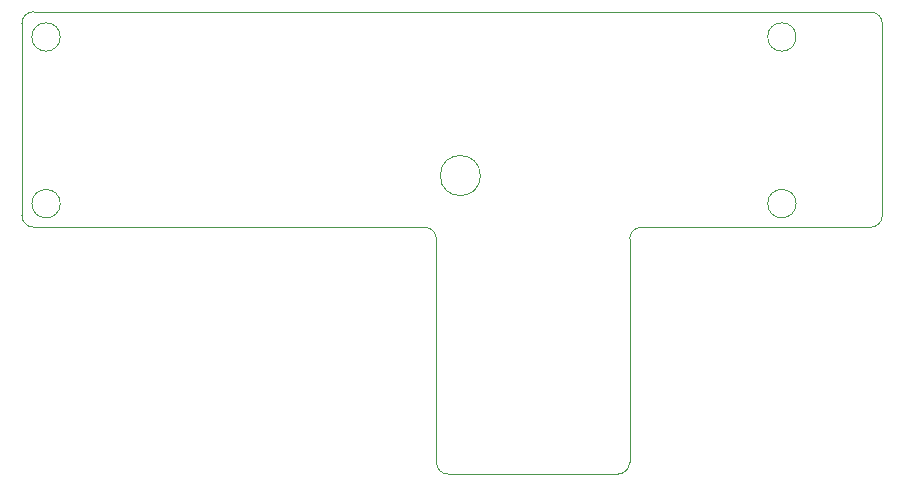
<source format=gbr>
%TF.GenerationSoftware,KiCad,Pcbnew,9.0.4*%
%TF.CreationDate,2025-10-08T09:42:32-04:00*%
%TF.ProjectId,C64-128AVS,4336342d-3132-4384-9156-532e6b696361,rev?*%
%TF.SameCoordinates,Original*%
%TF.FileFunction,Profile,NP*%
%FSLAX46Y46*%
G04 Gerber Fmt 4.6, Leading zero omitted, Abs format (unit mm)*
G04 Created by KiCad (PCBNEW 9.0.4) date 2025-10-08 09:42:32*
%MOMM*%
%LPD*%
G01*
G04 APERTURE LIST*
%TA.AperFunction,Profile*%
%ADD10C,0.050000*%
%TD*%
G04 APERTURE END LIST*
D10*
X194210000Y-104750000D02*
G75*
G02*
X193210000Y-105750000I-1000000J0D01*
G01*
X173812197Y-105750001D02*
X193210000Y-105750000D01*
X172810000Y-125650000D02*
G75*
G02*
X171810000Y-126650000I-1000000J0D01*
G01*
X122350000Y-105750000D02*
G75*
G02*
X121350000Y-104750000I0J1000000D01*
G01*
X122350000Y-87500000D02*
X187041100Y-87530000D01*
X194210000Y-104750000D02*
X194214900Y-88530000D01*
X121350000Y-104750000D02*
X121350000Y-88500000D01*
X172810000Y-125650000D02*
X172812200Y-106750000D01*
X156447650Y-106759999D02*
X156447650Y-125644401D01*
X193214900Y-87530000D02*
G75*
G02*
X194214900Y-88530000I0J-1000000D01*
G01*
X155447650Y-105750000D02*
G75*
G02*
X156447700Y-106750000I50J-1000000D01*
G01*
X121350000Y-88500000D02*
G75*
G02*
X122350000Y-87500000I1000000J0D01*
G01*
X155447700Y-105750000D02*
X122350000Y-105750000D01*
X172812200Y-106750000D02*
G75*
G02*
X173812197Y-105750100I999900J0D01*
G01*
X124600000Y-89640000D02*
G75*
G02*
X122200000Y-89640000I-1200000J0D01*
G01*
X122200000Y-89640000D02*
G75*
G02*
X124600000Y-89640000I1200000J0D01*
G01*
X157447650Y-126654400D02*
G75*
G02*
X156447600Y-125654400I-50J1000000D01*
G01*
X187041100Y-87530000D02*
X193214900Y-87530000D01*
X171810000Y-126650000D02*
X157447650Y-126654400D01*
X124600000Y-103750000D02*
G75*
G02*
X122200000Y-103750000I-1200000J0D01*
G01*
X122200000Y-103750000D02*
G75*
G02*
X124600000Y-103750000I1200000J0D01*
G01*
X186900000Y-89640000D02*
G75*
G02*
X184500000Y-89640000I-1200000J0D01*
G01*
X184500000Y-89640000D02*
G75*
G02*
X186900000Y-89640000I1200000J0D01*
G01*
X160175000Y-101375000D02*
G75*
G02*
X156775000Y-101375000I-1700000J0D01*
G01*
X156775000Y-101375000D02*
G75*
G02*
X160175000Y-101375000I1700000J0D01*
G01*
X186900000Y-103750000D02*
G75*
G02*
X184500000Y-103750000I-1200000J0D01*
G01*
X184500000Y-103750000D02*
G75*
G02*
X186900000Y-103750000I1200000J0D01*
G01*
M02*

</source>
